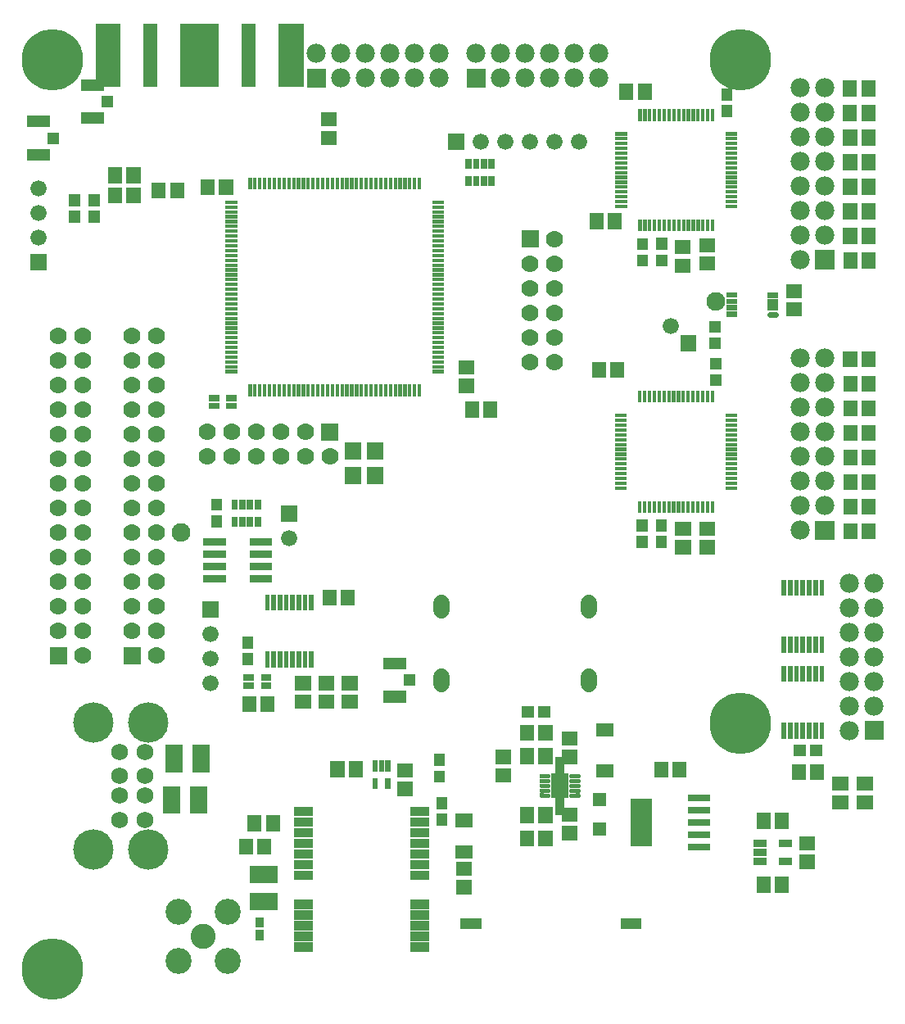
<source format=gbr>
G04 start of page 7 for group -4063 idx -4063 *
G04 Title: (unknown), componentmask *
G04 Creator: pcb 20110918 *
G04 CreationDate: Tue 10 Apr 2012 05:20:11 AM GMT UTC *
G04 For: haunma *
G04 Format: Gerber/RS-274X *
G04 PCB-Dimensions: 360000 400000 *
G04 PCB-Coordinate-Origin: lower left *
%MOIN*%
%FSLAX25Y25*%
%LNTOPMASK*%
%ADD178C,0.0220*%
%ADD177R,0.0220X0.0220*%
%ADD176R,0.0335X0.0335*%
%ADD175R,0.0690X0.0690*%
%ADD174R,0.1010X0.1010*%
%ADD173R,0.0140X0.0140*%
%ADD172R,0.0257X0.0257*%
%ADD171R,0.0300X0.0300*%
%ADD170R,0.0190X0.0190*%
%ADD169R,0.0261X0.0261*%
%ADD168R,0.0891X0.0891*%
%ADD167R,0.0532X0.0532*%
%ADD166R,0.0367X0.0367*%
%ADD165R,0.0710X0.0710*%
%ADD164R,0.0560X0.0560*%
%ADD163C,0.0160*%
%ADD162R,0.0473X0.0473*%
%ADD161R,0.0454X0.0454*%
%ADD160R,0.0651X0.0651*%
%ADD159R,0.0375X0.0375*%
%ADD158R,0.0454X0.0454*%
%ADD157R,0.0214X0.0214*%
%ADD156R,0.0572X0.0572*%
%ADD155C,0.1060*%
%ADD154C,0.1020*%
%ADD153C,0.1640*%
%ADD152C,0.0250*%
%ADD151C,0.0680*%
%ADD150C,0.0700*%
%ADD149C,0.2500*%
%ADD148C,0.0660*%
%ADD147C,0.0760*%
%ADD146C,0.0780*%
%ADD145C,0.0001*%
G54D145*G36*
X325500Y197400D02*Y189600D01*
X333300D01*
Y197400D01*
X325500D01*
G37*
G54D146*X319400Y193500D03*
X329400Y203500D03*
X319400D03*
X329400Y213500D03*
X319400D03*
X329400Y223500D03*
Y233500D03*
Y243500D03*
Y253500D03*
Y263500D03*
G54D145*G36*
X325500Y307500D02*Y299700D01*
X333300D01*
Y307500D01*
X325500D01*
G37*
G54D146*X319400Y223500D03*
Y233500D03*
Y243500D03*
Y253500D03*
Y263500D03*
G54D147*X285200Y286600D03*
G54D146*X319400Y303600D03*
X329400Y313600D03*
X319400D03*
Y323600D03*
Y333600D03*
X329400Y323600D03*
Y333600D03*
Y343600D03*
Y353600D03*
Y363600D03*
Y373600D03*
X319400Y343600D03*
Y353600D03*
Y363600D03*
Y373600D03*
G54D148*X233500Y162500D03*
Y132500D03*
G54D145*G36*
X345600Y115900D02*Y108100D01*
X353400D01*
Y115900D01*
X345600D01*
G37*
G54D146*X349500Y122000D03*
Y132000D03*
X339500Y112000D03*
Y122000D03*
Y132000D03*
Y142000D03*
Y152000D03*
Y162000D03*
X349500Y142000D03*
Y152000D03*
Y162000D03*
Y172000D03*
X339500D03*
G54D149*X295000Y115000D03*
G54D150*X17500Y192500D03*
Y202500D03*
Y212500D03*
X27500Y192500D03*
Y202500D03*
Y212500D03*
Y222500D03*
Y232500D03*
Y242500D03*
X17500Y162500D03*
X27500D03*
X17500Y172500D03*
X27500D03*
G54D145*G36*
X14000Y146000D02*Y139000D01*
X21000D01*
Y146000D01*
X14000D01*
G37*
G54D150*X27500Y142500D03*
X17500Y152500D03*
X27500D03*
X17500Y182500D03*
X27500D03*
G54D147*X67500Y192500D03*
G54D150*X27500Y262500D03*
Y272500D03*
X47500D03*
X17500Y222500D03*
Y232500D03*
Y242500D03*
Y252500D03*
X27500D03*
X47500D03*
X57500D03*
X17500Y262500D03*
Y272500D03*
X57500Y222500D03*
X47500Y232500D03*
X57500D03*
X47500Y242500D03*
X57500D03*
X47500Y262500D03*
X57500D03*
Y272500D03*
G54D145*G36*
X183600Y381400D02*Y373600D01*
X191400D01*
Y381400D01*
X183600D01*
G37*
G54D146*X187500Y387500D03*
X197500Y377500D03*
Y387500D03*
X207500D03*
X217500D03*
X227500D03*
X237500D03*
X207500Y377500D03*
X217500D03*
X227500D03*
X237500D03*
G54D149*X295000Y385000D03*
G54D145*G36*
X176200Y354800D02*Y348200D01*
X182800D01*
Y354800D01*
X176200D01*
G37*
G54D148*X189500Y351500D03*
X199500D03*
X209500D03*
X219500D03*
X229500D03*
G54D145*G36*
X108038Y203489D02*Y196889D01*
X114638D01*
Y203489D01*
X108038D01*
G37*
G54D148*X111338Y190189D03*
G54D150*X107900Y233500D03*
Y223500D03*
X97900Y233500D03*
X87900D03*
X97900Y223500D03*
X87900D03*
G54D145*G36*
X76038Y164489D02*Y157889D01*
X82638D01*
Y164489D01*
X76038D01*
G37*
G54D148*X79338Y151189D03*
Y141189D03*
Y131189D03*
G54D145*G36*
X44000Y146000D02*Y139000D01*
X51000D01*
Y146000D01*
X44000D01*
G37*
G54D150*X57500Y142500D03*
X47500Y152500D03*
X57500D03*
X47500Y162500D03*
Y172500D03*
Y182500D03*
X57500Y162500D03*
Y172500D03*
Y182500D03*
Y192500D03*
Y202500D03*
Y212500D03*
X47500Y192500D03*
Y202500D03*
Y212500D03*
Y222500D03*
G54D149*X15000Y385000D03*
G54D145*G36*
X118600Y381400D02*Y373600D01*
X126400D01*
Y381400D01*
X118600D01*
G37*
G54D146*X122500Y387500D03*
X132500Y377500D03*
Y387500D03*
X142500Y377500D03*
Y387500D03*
X152500Y377500D03*
Y387500D03*
X162500Y377500D03*
X172500D03*
X162500Y387500D03*
X172500D03*
G54D150*X77900Y233500D03*
Y223500D03*
G54D145*G36*
X6200Y305800D02*Y299200D01*
X12800D01*
Y305800D01*
X6200D01*
G37*
G54D148*X9500Y312500D03*
Y322500D03*
Y332500D03*
G54D145*G36*
X206000Y315500D02*Y308500D01*
X213000D01*
Y315500D01*
X206000D01*
G37*
G54D150*X219500Y312000D03*
X209500Y302000D03*
X219500D03*
X209500Y292000D03*
X219500D03*
X209500Y282000D03*
X219500D03*
X209500Y262000D03*
X219500D03*
G54D145*G36*
X270600Y272800D02*Y266200D01*
X277200D01*
Y272800D01*
X270600D01*
G37*
G54D148*X266828Y276571D03*
G54D150*X209500Y272000D03*
X219500D03*
G54D148*X173500Y162500D03*
Y132500D03*
G54D151*X42343Y93437D03*
G54D152*X219564Y92500D03*
X223500D03*
Y86596D03*
X219564D03*
X221532Y89548D03*
G54D145*G36*
X124400Y237000D02*Y230000D01*
X131400D01*
Y237000D01*
X124400D01*
G37*
G54D150*X127900Y223500D03*
X117900Y233500D03*
Y223500D03*
G54D151*X52657Y103280D03*
Y93437D03*
Y85563D03*
Y75720D03*
G54D153*X54035Y63634D03*
G54D151*X42343Y103280D03*
G54D153*X31673Y115366D03*
X54035D03*
G54D151*X42343Y85563D03*
Y75720D03*
G54D153*X31673Y63634D03*
G54D154*X76300Y28300D03*
G54D155*X66300Y38300D03*
Y18300D03*
X86300Y38300D03*
Y18300D03*
G54D149*X15000Y15000D03*
G54D156*X131060Y96693D02*Y95907D01*
X138540Y96693D02*Y95907D01*
X158107Y88260D02*X158893D01*
X158107Y95740D02*X158893D01*
G54D157*X146441Y91658D02*Y89256D01*
X151559Y91658D02*Y89256D01*
Y98744D02*Y96342D01*
G54D158*X172500Y100143D02*Y99749D01*
Y93451D02*Y93057D01*
G54D157*X149000Y98744D02*Y96342D01*
X146441Y98744D02*Y96342D01*
G54D159*X162654Y70398D02*X166591D01*
X162654Y74728D02*X166591D01*
X162654Y79059D02*X166591D01*
G54D160*X146428Y215976D02*Y215582D01*
Y225818D02*Y225424D01*
X137372Y225818D02*Y225424D01*
Y215976D02*Y215582D01*
G54D156*X185760Y242893D02*Y242107D01*
X193240Y242893D02*Y242107D01*
X126107Y123760D02*X126893D01*
X126107Y131240D02*X126893D01*
G54D161*X160406Y132500D02*X160602D01*
G54D162*X152236Y125709D02*X156764D01*
G54D156*X135607Y131240D02*X136393D01*
X135607Y123760D02*X136393D01*
G54D162*X152236Y139291D02*X156764D01*
G54D156*X127838Y166475D02*Y165689D01*
X135318Y166475D02*Y165689D01*
G54D148*X173500Y164000D02*Y161000D01*
Y134000D02*Y131000D01*
G54D156*X208260Y111393D02*Y110607D01*
G54D158*X208457Y119500D02*X208851D01*
G54D156*X215740Y111393D02*Y110607D01*
Y101893D02*Y101107D01*
X225107Y108740D02*X225893D01*
X225107Y101260D02*X225893D01*
G54D158*X215149Y119500D02*X215543D01*
G54D156*X208260Y101893D02*Y101107D01*
X198107Y93760D02*X198893D01*
X198107Y101240D02*X198893D01*
G54D163*X214132Y93485D02*X216847D01*
G54D145*G36*
X213332Y94285D02*Y92685D01*
X214932D01*
Y94285D01*
X213332D01*
G37*
G54D163*X214132Y91516D02*X216847D01*
G54D145*G36*
X213332Y92316D02*Y90716D01*
X214932D01*
Y92316D01*
X213332D01*
G37*
G54D156*X225107Y70260D02*X225893D01*
X225107Y77740D02*X225893D01*
X208260Y77893D02*Y77107D01*
X215740Y77893D02*Y77107D01*
G54D163*X214132Y85611D02*X216847D01*
G54D145*G36*
X213332Y86411D02*Y84811D01*
X214932D01*
Y86411D01*
X213332D01*
G37*
G54D164*X181900Y75450D02*X183100D01*
G54D158*X173500Y75851D02*Y75457D01*
Y82543D02*Y82149D01*
G54D163*X214132Y89548D02*X216847D01*
G54D145*G36*
X213332Y90348D02*Y88748D01*
X214932D01*
Y90348D01*
X213332D01*
G37*
G54D163*X214132Y87580D02*X216847D01*
G54D145*G36*
X213332Y88380D02*Y86780D01*
X214932D01*
Y88380D01*
X213332D01*
G37*
G54D163*X226217Y85611D02*X228932D01*
G54D145*G36*
X228132Y86411D02*Y84811D01*
X229732D01*
Y86411D01*
X228132D01*
G37*
G54D163*X226217Y87580D02*X228932D01*
G54D145*G36*
X228132Y88380D02*Y86780D01*
X229732D01*
Y88380D01*
X228132D01*
G37*
G54D163*X226217Y89548D02*X228932D01*
G54D145*G36*
X228132Y90348D02*Y88748D01*
X229732D01*
Y90348D01*
X228132D01*
G37*
G54D163*X226217Y91516D02*X228932D01*
G54D145*G36*
X228132Y92316D02*Y90716D01*
X229732D01*
Y92316D01*
X228132D01*
G37*
G54D163*X226217Y93485D02*X228932D01*
G54D145*G36*
X228132Y94285D02*Y92685D01*
X229732D01*
Y94285D01*
X228132D01*
G37*
G54D165*X221532Y91024D02*Y88072D01*
G54D166*Y99548D02*Y79548D01*
G54D148*X233500Y164000D02*Y161000D01*
Y134000D02*Y131000D01*
G54D156*X270240Y96393D02*Y95607D01*
X262760Y96393D02*Y95607D01*
G54D167*X239212Y95435D02*X240788D01*
X239212Y112365D02*X240788D01*
G54D145*G36*
X234938Y86468D02*Y81144D01*
X240262D01*
Y86468D01*
X234938D01*
G37*
G36*
Y74656D02*Y69332D01*
X240262D01*
Y74656D01*
X234938D01*
G37*
G54D168*X254689Y79638D02*Y69362D01*
G54D158*X248555Y33398D02*X252492D01*
G54D169*X275162Y64500D02*X281460D01*
X275162Y69500D02*X281460D01*
X275162Y74500D02*X281460D01*
X275162Y79500D02*X281460D01*
X275162Y84500D02*X281460D01*
G54D170*X312823Y149189D02*Y144583D01*
X315382Y149189D02*Y144583D01*
X317941Y149189D02*Y144583D01*
X320500Y149189D02*Y144583D01*
X325618Y137417D02*Y132811D01*
X323059Y137417D02*Y132811D01*
Y149189D02*Y144583D01*
X325618Y149189D02*Y144583D01*
X328177Y137417D02*Y132811D01*
Y149189D02*Y144583D01*
Y172417D02*Y167811D01*
X320500Y137417D02*Y132811D01*
X317941Y137417D02*Y132811D01*
X315382Y137417D02*Y132811D01*
X312823Y137417D02*Y132811D01*
X325618Y172417D02*Y167811D01*
G54D156*X347340Y193493D02*Y192707D01*
X339860Y193493D02*Y192707D01*
G54D170*X323059Y172417D02*Y167811D01*
X320500Y172417D02*Y167811D01*
X317941Y172417D02*Y167811D01*
X315382Y172417D02*Y167811D01*
X312823Y172417D02*Y167811D01*
G54D156*X345307Y90340D02*X346093D01*
X345307Y82860D02*X346093D01*
X335307Y90340D02*X336093D01*
X335307Y82860D02*X336093D01*
X326240Y95393D02*Y94607D01*
X304520Y75686D02*Y74900D01*
X312000Y75686D02*Y74900D01*
X321867Y66033D02*X322653D01*
G54D171*X301910Y65993D02*X304310D01*
X301910Y62293D02*X304310D01*
X301910Y58593D02*X304310D01*
X312210D02*X314610D01*
X312210Y65993D02*X314610D01*
G54D156*X321867Y58553D02*X322653D01*
X312000Y49686D02*Y48900D01*
X304520Y49686D02*Y48900D01*
X318760Y95393D02*Y94607D01*
G54D158*X318957Y104000D02*X319351D01*
G54D170*X312823Y114189D02*Y109583D01*
X315382Y114189D02*Y109583D01*
X317941Y114189D02*Y109583D01*
X328177Y114189D02*Y109583D01*
X320500Y114189D02*Y109583D01*
G54D158*X325649Y104000D02*X326043D01*
G54D170*X323059Y114189D02*Y109583D01*
X325618Y114189D02*Y109583D01*
G54D172*X184376Y336345D02*Y334770D01*
X187526Y336345D02*Y334770D01*
X190674Y336345D02*Y334770D01*
X193824Y336345D02*Y334770D01*
Y343430D02*Y341855D01*
X190674Y343430D02*Y341855D01*
X187526Y343430D02*Y341855D01*
X184376Y343430D02*Y341855D01*
G54D156*X208260Y68393D02*Y67607D01*
X215740Y68393D02*Y67607D01*
X182107Y48260D02*X182893D01*
X182107Y55740D02*X182893D01*
G54D158*X183398Y33398D02*X187335D01*
G54D164*X181900Y62550D02*X183100D01*
G54D173*X170421Y258052D02*X173819D01*
X170421Y260020D02*X173819D01*
X170421Y261989D02*X173819D01*
X170421Y263957D02*X173819D01*
X170421Y265926D02*X173819D01*
X170421Y267894D02*X173819D01*
X170421Y269863D02*X173819D01*
G54D156*X183107Y259740D02*X183893D01*
X183107Y252260D02*X183893D01*
G54D173*X170421Y271831D02*X173819D01*
X170421Y273800D02*X173819D01*
X170421Y275768D02*X173819D01*
X170421Y277737D02*X173819D01*
X170421Y279705D02*X173819D01*
X170421Y281674D02*X173819D01*
X170421Y283642D02*X173819D01*
X170421Y285611D02*X173819D01*
G54D159*X162654Y32602D02*X166591D01*
X162654Y36933D02*X166591D01*
X162654Y41264D02*X166591D01*
X162654Y53075D02*X166591D01*
X162654Y57406D02*X166591D01*
X162654Y61736D02*X166591D01*
X162654Y66067D02*X166591D01*
G54D173*X170421Y287579D02*X173819D01*
X170421Y289548D02*X173819D01*
X170421Y291516D02*X173819D01*
X170421Y293485D02*X173819D01*
X170421Y295453D02*X173819D01*
X170421Y297422D02*X173819D01*
X170421Y299390D02*X173819D01*
X170421Y301359D02*X173819D01*
X170421Y303327D02*X173819D01*
X170421Y305296D02*X173819D01*
X170421Y307264D02*X173819D01*
X170421Y309233D02*X173819D01*
X170421Y311201D02*X173819D01*
X170421Y313170D02*X173819D01*
X170421Y315138D02*X173819D01*
X170421Y317107D02*X173819D01*
X170421Y319075D02*X173819D01*
X170421Y321044D02*X173819D01*
X170421Y323012D02*X173819D01*
X170421Y324981D02*X173819D01*
X170421Y326949D02*X173819D01*
G54D156*X271307Y194040D02*X272093D01*
X281207D02*X281993D01*
X281207Y186560D02*X281993D01*
G54D173*X269885Y204664D02*Y201266D01*
X271853Y204664D02*Y201266D01*
X273822Y204664D02*Y201266D01*
X275790Y204664D02*Y201266D01*
X277759Y204664D02*Y201266D01*
X279727Y204664D02*Y201266D01*
X281696Y204664D02*Y201266D01*
X283664Y204664D02*Y201266D01*
X244766Y232289D02*X248164D01*
X244766Y230321D02*X248164D01*
X244766Y228352D02*X248164D01*
X244766Y226384D02*X248164D01*
X244766Y224415D02*X248164D01*
X244766Y222447D02*X248164D01*
X244766Y220478D02*X248164D01*
X244766Y218510D02*X248164D01*
X244766Y216541D02*X248164D01*
X244766Y214573D02*X248164D01*
X244766Y212604D02*X248164D01*
X244766Y210636D02*X248164D01*
X267915Y249534D02*Y246136D01*
X265947Y249534D02*Y246136D01*
X263978Y249534D02*Y246136D01*
X262010Y249534D02*Y246136D01*
X260041Y249534D02*Y246136D01*
X258073Y249534D02*Y246136D01*
X256104Y249534D02*Y246136D01*
X254136Y249534D02*Y246136D01*
X244766Y240163D02*X248164D01*
X244766Y238195D02*X248164D01*
X244766Y236226D02*X248164D01*
X244766Y234258D02*X248164D01*
G54D158*X255176Y310129D02*Y309735D01*
Y303437D02*Y303043D01*
G54D156*X271307Y186560D02*X272093D01*
G54D158*X255100Y195543D02*Y195149D01*
Y188851D02*Y188457D01*
X262893Y195503D02*Y195109D01*
Y188811D02*Y188417D01*
G54D173*X254137Y204664D02*Y201266D01*
X256105Y204664D02*Y201266D01*
X258074Y204664D02*Y201266D01*
X260042Y204664D02*Y201266D01*
X262011Y204664D02*Y201266D01*
X263979Y204664D02*Y201266D01*
X265948Y204664D02*Y201266D01*
X267916Y204664D02*Y201266D01*
X289636Y210637D02*X293034D01*
X289636Y212605D02*X293034D01*
X289636Y214574D02*X293034D01*
X289636Y216542D02*X293034D01*
X289636Y218511D02*X293034D01*
X289636Y220479D02*X293034D01*
X289636Y222448D02*X293034D01*
X289636Y224416D02*X293034D01*
X289636Y226385D02*X293034D01*
X289636Y228353D02*X293034D01*
X289636Y230322D02*X293034D01*
X289636Y232290D02*X293034D01*
X289636Y234259D02*X293034D01*
X289636Y236227D02*X293034D01*
X289636Y238196D02*X293034D01*
X289636Y240164D02*X293034D01*
X138858Y336319D02*Y332921D01*
X136889Y336319D02*Y332921D01*
X134921Y336319D02*Y332921D01*
X132952Y336319D02*Y332921D01*
G54D156*X127207Y353160D02*X127993D01*
G54D173*X130984Y336319D02*Y332921D01*
X129015Y336319D02*Y332921D01*
X127047Y336319D02*Y332921D01*
X125078Y336319D02*Y332921D01*
X123110Y336319D02*Y332921D01*
X121141Y336319D02*Y332921D01*
X119173Y336319D02*Y332921D01*
G54D174*X37750Y394450D02*Y378950D01*
G54D164*X55000Y396700D02*Y376700D01*
G54D174*X72250Y394450D02*Y378950D01*
X77750Y394450D02*Y378950D01*
G54D161*X15206Y353000D02*X15402D01*
G54D158*X24000Y327943D02*Y327549D01*
Y321251D02*Y320857D01*
G54D162*X7036Y359791D02*X11564D01*
X7036Y346209D02*X11564D01*
G54D161*X37206Y367900D02*X37402D01*
G54D162*X29036Y374691D02*X33564D01*
X29036Y361109D02*X33564D01*
G54D173*X164448Y336319D02*Y332921D01*
X162480Y336319D02*Y332921D01*
X160511Y336319D02*Y332921D01*
X158543Y336319D02*Y332921D01*
X156574Y336319D02*Y332921D01*
X154606Y336319D02*Y332921D01*
X152637Y336319D02*Y332921D01*
X150669Y336319D02*Y332921D01*
X148700Y336319D02*Y332921D01*
X146732Y336319D02*Y332921D01*
X144763Y336319D02*Y332921D01*
X142795Y336319D02*Y332921D01*
X140826Y336319D02*Y332921D01*
G54D156*X127207Y360640D02*X127993D01*
G54D164*X95000Y396700D02*Y376700D01*
G54D174*X112250Y394450D02*Y378950D01*
G54D173*X86181Y311200D02*X89579D01*
X117204Y336319D02*Y332921D01*
X115236Y336319D02*Y332921D01*
X113267Y336319D02*Y332921D01*
X111299Y336319D02*Y332921D01*
X109330Y336319D02*Y332921D01*
X107362Y336319D02*Y332921D01*
X105393Y336319D02*Y332921D01*
X103425Y336319D02*Y332921D01*
X101456Y336319D02*Y332921D01*
X99488Y336319D02*Y332921D01*
X97519Y336319D02*Y332921D01*
X95551Y336319D02*Y332921D01*
X158544Y252079D02*Y248681D01*
X160512Y252079D02*Y248681D01*
X162481Y252079D02*Y248681D01*
X148701Y252079D02*Y248681D01*
X150670Y252079D02*Y248681D01*
X152638Y252079D02*Y248681D01*
X154607Y252079D02*Y248681D01*
X156575Y252079D02*Y248681D01*
X164449Y252079D02*Y248681D01*
X86181Y261988D02*X89579D01*
X86181Y260019D02*X89579D01*
X86181Y258051D02*X89579D01*
G54D172*X80070Y247174D02*X81645D01*
X87155D02*X88730D01*
X80070Y244026D02*X81645D01*
X87155D02*X88730D01*
G54D173*X95552Y252079D02*Y248681D01*
X97520Y252079D02*Y248681D01*
X99489Y252079D02*Y248681D01*
X101457Y252079D02*Y248681D01*
X103426Y252079D02*Y248681D01*
X105394Y252079D02*Y248681D01*
X107363Y252079D02*Y248681D01*
X109331Y252079D02*Y248681D01*
X111300Y252079D02*Y248681D01*
X113268Y252079D02*Y248681D01*
X115237Y252079D02*Y248681D01*
X117205Y252079D02*Y248681D01*
X119174Y252079D02*Y248681D01*
X121142Y252079D02*Y248681D01*
X123111Y252079D02*Y248681D01*
X125079Y252079D02*Y248681D01*
X127048Y252079D02*Y248681D01*
X129016Y252079D02*Y248681D01*
X130985Y252079D02*Y248681D01*
X132953Y252079D02*Y248681D01*
X134922Y252079D02*Y248681D01*
X136890Y252079D02*Y248681D01*
X138859Y252079D02*Y248681D01*
X140827Y252079D02*Y248681D01*
X142796Y252079D02*Y248681D01*
X144764Y252079D02*Y248681D01*
X146733Y252079D02*Y248681D01*
G54D156*X65840Y332193D02*Y331407D01*
X58360Y332193D02*Y331407D01*
X48040Y338293D02*Y337507D01*
Y330093D02*Y329307D01*
X40560Y338293D02*Y337507D01*
Y330093D02*Y329307D01*
G54D158*X32000Y327943D02*Y327549D01*
Y321251D02*Y320857D01*
G54D156*X85740Y333393D02*Y332607D01*
X78260Y333393D02*Y332607D01*
G54D173*X86181Y326948D02*X89579D01*
X86181Y324980D02*X89579D01*
X86181Y323011D02*X89579D01*
X86181Y321043D02*X89579D01*
X86181Y319074D02*X89579D01*
X86181Y309232D02*X89579D01*
X86181Y317106D02*X89579D01*
X86181Y315137D02*X89579D01*
X86181Y313169D02*X89579D01*
X86181Y307263D02*X89579D01*
X86181Y305295D02*X89579D01*
X86181Y303326D02*X89579D01*
X86181Y301358D02*X89579D01*
X86181Y299389D02*X89579D01*
X86181Y297421D02*X89579D01*
X86181Y295452D02*X89579D01*
X86181Y293484D02*X89579D01*
X86181Y291515D02*X89579D01*
X86181Y289547D02*X89579D01*
X86181Y287578D02*X89579D01*
X86181Y285610D02*X89579D01*
X86181Y283641D02*X89579D01*
X86181Y281673D02*X89579D01*
X86181Y279704D02*X89579D01*
X86181Y277736D02*X89579D01*
X86181Y275767D02*X89579D01*
X86181Y273799D02*X89579D01*
X86181Y271830D02*X89579D01*
X86181Y269862D02*X89579D01*
X86181Y267893D02*X89579D01*
X86181Y265925D02*X89579D01*
X86181Y263956D02*X89579D01*
G54D172*X89188Y197679D02*Y196104D01*
X92338Y197679D02*Y196104D01*
X95486Y197679D02*Y196104D01*
X98636Y197679D02*Y196104D01*
Y204764D02*Y203189D01*
X95486Y204764D02*Y203189D01*
X92338Y204764D02*Y203189D01*
X89188Y204764D02*Y203189D01*
G54D158*X81838Y197391D02*Y196997D01*
Y204083D02*Y203689D01*
G54D171*X77838Y188689D02*X84138D01*
X77838Y183689D02*X84138D01*
X77838Y178689D02*X84138D01*
X77838Y173689D02*X84138D01*
X96738D02*X103038D01*
X96738Y178689D02*X103038D01*
X96738Y183689D02*X103038D01*
X96738Y188689D02*X103038D01*
G54D170*X102544Y143189D02*Y138583D01*
G54D158*X94500Y148043D02*Y147649D01*
Y141351D02*Y140957D01*
G54D172*X94110Y133481D02*X95685D01*
X94110Y130333D02*X95685D01*
G54D170*X105103Y143189D02*Y138583D01*
G54D172*X101195Y130333D02*X102770D01*
X101195Y133481D02*X102770D01*
G54D170*X115338Y166417D02*Y161811D01*
X112779Y166417D02*Y161811D01*
X110221Y166417D02*Y161811D01*
X107662Y166417D02*Y161811D01*
X105103Y166417D02*Y161811D01*
X102544Y166417D02*Y161811D01*
G54D156*X95200Y123100D02*Y122314D01*
X102680Y123100D02*Y122314D01*
G54D170*X107662Y143189D02*Y138583D01*
X110221Y143189D02*Y138583D01*
X112779Y143189D02*Y138583D01*
X120456Y166417D02*Y161811D01*
X117897Y166417D02*Y161811D01*
X115338Y143189D02*Y138583D01*
X117897Y143189D02*Y138583D01*
X120456Y143189D02*Y138583D01*
G54D156*X116707Y131240D02*X117493D01*
X116707Y123760D02*X117493D01*
G54D175*X75511Y102665D02*Y98335D01*
X64489Y102665D02*Y98335D01*
X74511Y85865D02*Y81535D01*
X63489Y85865D02*Y81535D01*
X98935Y42389D02*X103265D01*
X98935Y53411D02*X103265D01*
G54D176*X99400Y29135D02*Y28348D01*
Y34252D02*Y33465D01*
G54D159*X115409Y41264D02*X119346D01*
X115409Y36933D02*X119346D01*
X115409Y32602D02*X119346D01*
X115409Y28272D02*X119346D01*
X115409Y23941D02*X119346D01*
X162654D02*X166591D01*
X162654Y28272D02*X166591D01*
X115409Y79059D02*X119346D01*
X115409Y74728D02*X119346D01*
X115409Y70398D02*X119346D01*
X115409Y66067D02*X119346D01*
X115409Y61736D02*X119346D01*
X115409Y57406D02*X119346D01*
X115409Y53075D02*X119346D01*
G54D156*X97360Y74693D02*Y73907D01*
X104840Y74693D02*Y73907D01*
X93760Y65093D02*Y64307D01*
X101240Y65093D02*Y64307D01*
X316507Y290840D02*X317293D01*
X316507Y283360D02*X317293D01*
X339800Y253486D02*Y252700D01*
X347280Y253486D02*Y252700D01*
X339740Y263414D02*Y262628D01*
X347220Y263414D02*Y262628D01*
X339820Y233500D02*Y232714D01*
X347300Y233500D02*Y232714D01*
X347280Y223486D02*Y222700D01*
X339800Y223486D02*Y222700D01*
X347300Y213486D02*Y212700D01*
X339820Y213486D02*Y212700D01*
X347300Y203486D02*Y202700D01*
X339820Y203486D02*Y202700D01*
X339800Y243500D02*Y242714D01*
X347280Y243500D02*Y242714D01*
X347194Y333600D02*Y332814D01*
X347200Y353586D02*Y352800D01*
X347180Y343586D02*Y342800D01*
X347200Y323600D02*Y322814D01*
Y313600D02*Y312814D01*
X347260Y303593D02*Y302807D01*
X339714Y333600D02*Y332814D01*
X339720Y353586D02*Y352800D01*
X339700Y343586D02*Y342800D01*
X339720Y323600D02*Y322814D01*
Y313600D02*Y312814D01*
X339780Y303593D02*Y302807D01*
X339660Y363593D02*Y362807D01*
X347140Y363593D02*Y362807D01*
X339620Y373586D02*Y372800D01*
X347100Y373586D02*Y372800D01*
X256140Y372293D02*Y371507D01*
X248660Y372293D02*Y371507D01*
G54D158*X289600Y370843D02*Y370449D01*
G54D173*X279826Y364134D02*Y360736D01*
X277858Y364134D02*Y360736D01*
X275889Y364134D02*Y360736D01*
X273921Y364134D02*Y360736D01*
X271952Y364134D02*Y360736D01*
X269984Y364134D02*Y360736D01*
X268015Y364134D02*Y360736D01*
X266047Y364134D02*Y360736D01*
X264078Y364134D02*Y360736D01*
X262110Y364134D02*Y360736D01*
X260141Y364134D02*Y360736D01*
X258173Y364134D02*Y360736D01*
X256204Y364134D02*Y360736D01*
X254236Y364134D02*Y360736D01*
G54D158*X289600Y364151D02*Y363757D01*
G54D173*X283763Y364134D02*Y360736D01*
X281795Y364134D02*Y360736D01*
G54D156*X281107Y309540D02*X281893D01*
X281107Y302060D02*X281893D01*
G54D173*X283764Y319264D02*Y315866D01*
G54D156*X271207Y308640D02*X271993D01*
X271207Y301160D02*X271993D01*
G54D158*X263000Y310143D02*Y309749D01*
Y303451D02*Y303057D01*
G54D156*X236460Y319593D02*Y318807D01*
X243940Y319593D02*Y318807D01*
G54D173*X244866Y354763D02*X248264D01*
X244866Y352795D02*X248264D01*
X244866Y350826D02*X248264D01*
X244866Y348858D02*X248264D01*
G54D156*X237460Y259093D02*Y258307D01*
X244940Y259093D02*Y258307D01*
G54D173*X244866Y346889D02*X248264D01*
X244866Y344921D02*X248264D01*
X244866Y342952D02*X248264D01*
X244866Y340984D02*X248264D01*
X244866Y339015D02*X248264D01*
X244866Y337047D02*X248264D01*
X244866Y335078D02*X248264D01*
X244866Y333110D02*X248264D01*
X244866Y331141D02*X248264D01*
X244866Y329173D02*X248264D01*
X244866Y327204D02*X248264D01*
X244866Y325236D02*X248264D01*
X254237Y319264D02*Y315866D01*
X256205Y319264D02*Y315866D01*
X258174Y319264D02*Y315866D01*
X260142Y319264D02*Y315866D01*
X262111Y319264D02*Y315866D01*
X264079Y319264D02*Y315866D01*
X266048Y319264D02*Y315866D01*
X268016Y319264D02*Y315866D01*
X269985Y319264D02*Y315866D01*
X271953Y319264D02*Y315866D01*
X273922Y319264D02*Y315866D01*
X275890Y319264D02*Y315866D01*
X277859Y319264D02*Y315866D01*
X279827Y319264D02*Y315866D01*
X281796Y319264D02*Y315866D01*
G54D177*X290400Y286600D02*X292600D01*
G54D173*X289736Y325237D02*X293134D01*
X289736Y327205D02*X293134D01*
X289736Y329174D02*X293134D01*
X289736Y331142D02*X293134D01*
X289736Y333111D02*X293134D01*
X289736Y335079D02*X293134D01*
X289736Y337048D02*X293134D01*
X289736Y339016D02*X293134D01*
X289736Y340985D02*X293134D01*
X289736Y342953D02*X293134D01*
X289736Y344922D02*X293134D01*
X289736Y346890D02*X293134D01*
X289736Y348859D02*X293134D01*
X289736Y350827D02*X293134D01*
X289736Y352796D02*X293134D01*
X289736Y354764D02*X293134D01*
G54D177*X307100Y289100D02*X309300D01*
X290400Y289200D02*X292600D01*
G54D158*X284800Y269751D02*Y269357D01*
Y276443D02*Y276049D01*
G54D178*X307100Y281400D02*X309300D01*
G54D177*X307100Y284000D02*X309300D01*
X307100Y286500D02*X309300D01*
X290400Y284100D02*X292600D01*
X290400Y281500D02*X292600D01*
G54D158*X285100Y254751D02*Y254357D01*
G54D173*X283663Y249534D02*Y246136D01*
G54D158*X285100Y261443D02*Y261049D01*
G54D173*X281695Y249534D02*Y246136D01*
X279726Y249534D02*Y246136D01*
X277758Y249534D02*Y246136D01*
X275789Y249534D02*Y246136D01*
X273821Y249534D02*Y246136D01*
X271852Y249534D02*Y246136D01*
X269884Y249534D02*Y246136D01*
M02*

</source>
